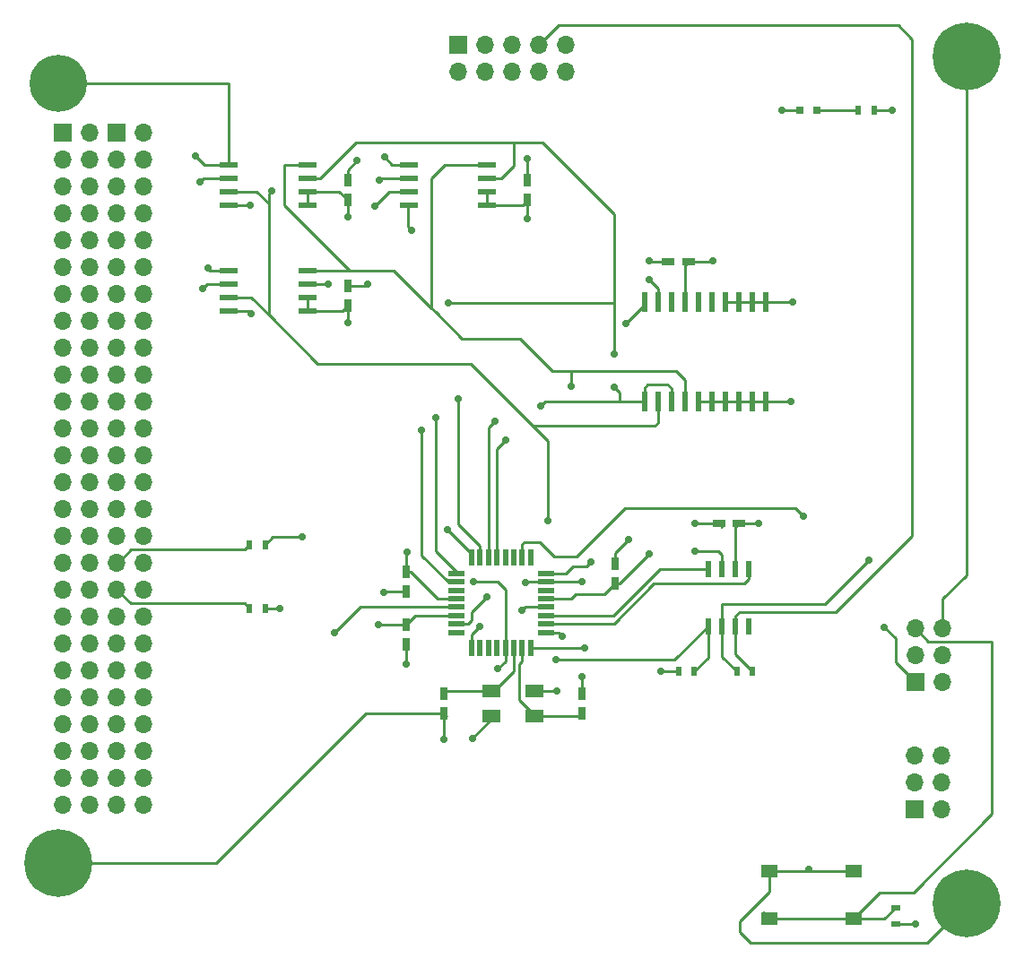
<source format=gbr>
G04 #@! TF.FileFunction,Copper,L4,Bot,Signal*
%FSLAX46Y46*%
G04 Gerber Fmt 4.6, Leading zero omitted, Abs format (unit mm)*
G04 Created by KiCad (PCBNEW 4.0.7) date 02/17/18 20:59:13*
%MOMM*%
%LPD*%
G01*
G04 APERTURE LIST*
%ADD10C,0.100000*%
%ADD11R,1.700000X1.700000*%
%ADD12O,1.700000X1.700000*%
%ADD13R,0.750000X1.200000*%
%ADD14R,1.200000X0.750000*%
%ADD15R,0.800000X0.800000*%
%ADD16R,0.600000X1.950000*%
%ADD17R,0.500000X0.900000*%
%ADD18R,0.900000X0.500000*%
%ADD19R,1.550000X1.300000*%
%ADD20R,0.600000X1.550000*%
%ADD21R,1.600000X0.550000*%
%ADD22R,0.550000X1.600000*%
%ADD23R,1.750000X0.550000*%
%ADD24R,1.800000X1.200000*%
%ADD25C,6.400000*%
%ADD26C,5.400000*%
%ADD27C,0.700000*%
%ADD28C,0.250000*%
G04 APERTURE END LIST*
D10*
D11*
X110670000Y-62080000D03*
D12*
X113210000Y-62080000D03*
X110670000Y-64620000D03*
X113210000Y-64620000D03*
X110670000Y-67160000D03*
X113210000Y-67160000D03*
X110670000Y-69700000D03*
X113210000Y-69700000D03*
X110670000Y-72240000D03*
X113210000Y-72240000D03*
X110670000Y-74780000D03*
X113210000Y-74780000D03*
X110670000Y-77320000D03*
X113210000Y-77320000D03*
X110670000Y-79860000D03*
X113210000Y-79860000D03*
X110670000Y-82400000D03*
X113210000Y-82400000D03*
X110670000Y-84940000D03*
X113210000Y-84940000D03*
X110670000Y-87480000D03*
X113210000Y-87480000D03*
X110670000Y-90020000D03*
X113210000Y-90020000D03*
X110670000Y-92560000D03*
X113210000Y-92560000D03*
X110670000Y-95100000D03*
X113210000Y-95100000D03*
X110670000Y-97640000D03*
X113210000Y-97640000D03*
X110670000Y-100180000D03*
X113210000Y-100180000D03*
X110670000Y-102720000D03*
X113210000Y-102720000D03*
X110670000Y-105260000D03*
X113210000Y-105260000D03*
X110670000Y-107800000D03*
X113210000Y-107800000D03*
X110670000Y-110340000D03*
X113210000Y-110340000D03*
X110670000Y-112880000D03*
X113210000Y-112880000D03*
X110670000Y-115420000D03*
X113210000Y-115420000D03*
X110670000Y-117960000D03*
X113210000Y-117960000D03*
X110670000Y-120500000D03*
X113210000Y-120500000D03*
X110670000Y-123040000D03*
X113210000Y-123040000D03*
X110670000Y-125580000D03*
X113210000Y-125580000D03*
D11*
X105590000Y-62080000D03*
D12*
X108130000Y-62080000D03*
X105590000Y-64620000D03*
X108130000Y-64620000D03*
X105590000Y-67160000D03*
X108130000Y-67160000D03*
X105590000Y-69700000D03*
X108130000Y-69700000D03*
X105590000Y-72240000D03*
X108130000Y-72240000D03*
X105590000Y-74780000D03*
X108130000Y-74780000D03*
X105590000Y-77320000D03*
X108130000Y-77320000D03*
X105590000Y-79860000D03*
X108130000Y-79860000D03*
X105590000Y-82400000D03*
X108130000Y-82400000D03*
X105590000Y-84940000D03*
X108130000Y-84940000D03*
X105590000Y-87480000D03*
X108130000Y-87480000D03*
X105590000Y-90020000D03*
X108130000Y-90020000D03*
X105590000Y-92560000D03*
X108130000Y-92560000D03*
X105590000Y-95100000D03*
X108130000Y-95100000D03*
X105590000Y-97640000D03*
X108130000Y-97640000D03*
X105590000Y-100180000D03*
X108130000Y-100180000D03*
X105590000Y-102720000D03*
X108130000Y-102720000D03*
X105590000Y-105260000D03*
X108130000Y-105260000D03*
X105590000Y-107800000D03*
X108130000Y-107800000D03*
X105590000Y-110340000D03*
X108130000Y-110340000D03*
X105590000Y-112880000D03*
X108130000Y-112880000D03*
X105590000Y-115420000D03*
X108130000Y-115420000D03*
X105590000Y-117960000D03*
X108130000Y-117960000D03*
X105590000Y-120500000D03*
X108130000Y-120500000D03*
X105590000Y-123040000D03*
X108130000Y-123040000D03*
X105590000Y-125580000D03*
X108130000Y-125580000D03*
D13*
X138000000Y-110450000D03*
X138000000Y-108550000D03*
X157750000Y-102775000D03*
X157750000Y-104675000D03*
X138000000Y-105450000D03*
X138000000Y-103550000D03*
D14*
X167550000Y-99000000D03*
X169450000Y-99000000D03*
D13*
X149500000Y-66550000D03*
X149500000Y-68450000D03*
X132500000Y-66550000D03*
X132500000Y-68450000D03*
X132500000Y-76550000D03*
X132500000Y-78450000D03*
X154625000Y-115075000D03*
X154625000Y-116975000D03*
X141625000Y-116975000D03*
X141625000Y-115075000D03*
D14*
X162800000Y-74250000D03*
X164700000Y-74250000D03*
D15*
X176800000Y-60000000D03*
X175200000Y-60000000D03*
D16*
X160535000Y-78050000D03*
X161805000Y-78050000D03*
X163075000Y-78050000D03*
X164345000Y-78050000D03*
X165615000Y-78050000D03*
X166885000Y-78050000D03*
X168155000Y-78050000D03*
X169425000Y-78050000D03*
X170695000Y-78050000D03*
X171965000Y-78050000D03*
X171965000Y-87450000D03*
X170695000Y-87450000D03*
X169425000Y-87450000D03*
X168155000Y-87450000D03*
X166885000Y-87450000D03*
X165615000Y-87450000D03*
X164345000Y-87450000D03*
X163075000Y-87450000D03*
X161805000Y-87450000D03*
X160535000Y-87450000D03*
D17*
X165250000Y-113000000D03*
X163750000Y-113000000D03*
X169250000Y-113000000D03*
X170750000Y-113000000D03*
D18*
X184250000Y-136800000D03*
X184250000Y-135300000D03*
D17*
X123250000Y-101000000D03*
X124750000Y-101000000D03*
X123250000Y-107000000D03*
X124750000Y-107000000D03*
X182250000Y-60000000D03*
X180750000Y-60000000D03*
D19*
X172325000Y-136345554D03*
X180275000Y-136345554D03*
X172325000Y-131845554D03*
X180275000Y-131845554D03*
D20*
X166595000Y-103300000D03*
X167865000Y-103300000D03*
X169135000Y-103300000D03*
X170405000Y-103300000D03*
X170405000Y-108700000D03*
X169135000Y-108700000D03*
X167865000Y-108700000D03*
X166595000Y-108700000D03*
D21*
X151250000Y-103700000D03*
X151250000Y-104500000D03*
X151250000Y-105300000D03*
X151250000Y-106100000D03*
X151250000Y-106900000D03*
X151250000Y-107700000D03*
X151250000Y-108500000D03*
X151250000Y-109300000D03*
D22*
X149800000Y-110750000D03*
X149000000Y-110750000D03*
X148200000Y-110750000D03*
X147400000Y-110750000D03*
X146600000Y-110750000D03*
X145800000Y-110750000D03*
X145000000Y-110750000D03*
X144200000Y-110750000D03*
D21*
X142750000Y-109300000D03*
X142750000Y-108500000D03*
X142750000Y-107700000D03*
X142750000Y-106900000D03*
X142750000Y-106100000D03*
X142750000Y-105300000D03*
X142750000Y-104500000D03*
X142750000Y-103700000D03*
D22*
X144200000Y-102250000D03*
X145000000Y-102250000D03*
X145800000Y-102250000D03*
X146600000Y-102250000D03*
X147400000Y-102250000D03*
X148200000Y-102250000D03*
X149000000Y-102250000D03*
X149800000Y-102250000D03*
D23*
X138300000Y-68905000D03*
X138300000Y-67635000D03*
X138300000Y-66365000D03*
X138300000Y-65095000D03*
X145700000Y-65095000D03*
X145700000Y-66365000D03*
X145700000Y-67635000D03*
X145700000Y-68905000D03*
X121300000Y-68905000D03*
X121300000Y-67635000D03*
X121300000Y-66365000D03*
X121300000Y-65095000D03*
X128700000Y-65095000D03*
X128700000Y-66365000D03*
X128700000Y-67635000D03*
X128700000Y-68905000D03*
X121300000Y-78905000D03*
X121300000Y-77635000D03*
X121300000Y-76365000D03*
X121300000Y-75095000D03*
X128700000Y-75095000D03*
X128700000Y-76365000D03*
X128700000Y-77635000D03*
X128700000Y-78905000D03*
D24*
X150125000Y-117225000D03*
X146125000Y-117225000D03*
X146125000Y-114825000D03*
X150125000Y-114825000D03*
D11*
X142920000Y-53820000D03*
D12*
X142920000Y-56360000D03*
X145460000Y-53820000D03*
X145460000Y-56360000D03*
X148000000Y-53820000D03*
X148000000Y-56360000D03*
X150540000Y-53820000D03*
X150540000Y-56360000D03*
X153080000Y-53820000D03*
X153080000Y-56360000D03*
D11*
X186060000Y-126000000D03*
D12*
X188600000Y-126000000D03*
X186060000Y-123460000D03*
X188600000Y-123460000D03*
X186060000Y-120920000D03*
X188600000Y-120920000D03*
D11*
X186100000Y-113940000D03*
D12*
X188640000Y-113940000D03*
X186100000Y-111400000D03*
X188640000Y-111400000D03*
X186100000Y-108860000D03*
X188640000Y-108860000D03*
D25*
X105190000Y-131110000D03*
D26*
X105190000Y-57450000D03*
D25*
X190920000Y-54910000D03*
X190920000Y-134920000D03*
D27*
X118130000Y-64250000D03*
X152275000Y-114825000D03*
X148975000Y-107200000D03*
X159075000Y-100475000D03*
X133425000Y-64675000D03*
X136000000Y-64400000D03*
X135900000Y-105500000D03*
X131300000Y-109300000D03*
X161000000Y-76000000D03*
X144300000Y-119300000D03*
X165300000Y-101600000D03*
X162100000Y-113000000D03*
X141600000Y-119400000D03*
X154600000Y-113500000D03*
X138000000Y-112300000D03*
X165300000Y-99000000D03*
X174500000Y-78100000D03*
X174400000Y-87500000D03*
X161000000Y-74200000D03*
X173500000Y-60000000D03*
X149500000Y-64500000D03*
X134400000Y-76400000D03*
X119300000Y-74900000D03*
X176050000Y-131650000D03*
X186160000Y-136800000D03*
X160975000Y-101850000D03*
X118800000Y-76800000D03*
X135500000Y-66600000D03*
X118600000Y-66700000D03*
X132500000Y-70000000D03*
X138100000Y-101700000D03*
X135400000Y-108600000D03*
X171300000Y-99000000D03*
X167000000Y-74200000D03*
X183900000Y-60000000D03*
X149500000Y-70200000D03*
X132500000Y-80000000D03*
X158750000Y-80150000D03*
X146420000Y-89310000D03*
X153650000Y-86025000D03*
X154900000Y-110750000D03*
X150720000Y-87860000D03*
X147450000Y-91125000D03*
X157700000Y-83000000D03*
X157700000Y-86150000D03*
X130700000Y-76400000D03*
X142000000Y-78200000D03*
X151400000Y-98725000D03*
X152800000Y-109700000D03*
X135100000Y-69000000D03*
X125300000Y-67600000D03*
X141925000Y-99575000D03*
X181750000Y-102425000D03*
X145625000Y-105975000D03*
X154650000Y-104500000D03*
X126100000Y-107000000D03*
X149300000Y-104550000D03*
X128225000Y-100300000D03*
X144425000Y-104500000D03*
X146700000Y-112700000D03*
X183200000Y-108775000D03*
X155500000Y-102600000D03*
X175525000Y-98275000D03*
X152150000Y-111850000D03*
X144950000Y-108750000D03*
X123400000Y-79150000D03*
X139500000Y-90150000D03*
X140800000Y-89000000D03*
X123350000Y-68950000D03*
X138550000Y-71300000D03*
X142975000Y-87200000D03*
D28*
X141625000Y-116975000D02*
X134215000Y-116975000D01*
X120080000Y-131110000D02*
X105190000Y-131110000D01*
X134215000Y-116975000D02*
X120080000Y-131110000D01*
X121300000Y-65095000D02*
X121300000Y-57470000D01*
X121280000Y-57450000D02*
X105190000Y-57450000D01*
X121300000Y-57470000D02*
X121280000Y-57450000D01*
X188640000Y-108860000D02*
X188640000Y-106140000D01*
X190920000Y-103860000D02*
X190920000Y-54910000D01*
X188640000Y-106140000D02*
X190920000Y-103860000D01*
X172325000Y-131845554D02*
X172325000Y-133795000D01*
X187240000Y-138600000D02*
X190920000Y-134920000D01*
X170560000Y-138600000D02*
X187240000Y-138600000D01*
X169530000Y-137570000D02*
X170560000Y-138600000D01*
X169530000Y-136590000D02*
X169530000Y-137570000D01*
X172325000Y-133795000D02*
X169530000Y-136590000D01*
X121300000Y-65095000D02*
X118975000Y-65095000D01*
X118975000Y-65095000D02*
X118130000Y-64250000D01*
X172325000Y-131845554D02*
X172325000Y-132375000D01*
X150125000Y-114825000D02*
X152275000Y-114825000D01*
X151250000Y-106900000D02*
X149275000Y-106900000D01*
X149275000Y-106900000D02*
X148975000Y-107200000D01*
X157750000Y-102775000D02*
X157750000Y-101800000D01*
X157750000Y-101800000D02*
X159075000Y-100475000D01*
X132500000Y-66550000D02*
X132500000Y-65600000D01*
X132500000Y-65600000D02*
X133425000Y-64675000D01*
X138300000Y-65095000D02*
X136695000Y-65095000D01*
X136695000Y-65095000D02*
X136000000Y-64400000D01*
X172325000Y-131845554D02*
X172164446Y-131845554D01*
X138000000Y-105450000D02*
X135950000Y-105450000D01*
X135950000Y-105450000D02*
X135900000Y-105500000D01*
X142750000Y-106900000D02*
X133700000Y-106900000D01*
X133700000Y-106900000D02*
X131300000Y-109300000D01*
X161805000Y-78050000D02*
X161805000Y-76805000D01*
X161805000Y-76805000D02*
X161000000Y-76000000D01*
X146125000Y-117225000D02*
X146125000Y-117475000D01*
X146125000Y-117475000D02*
X144300000Y-119300000D01*
X150125000Y-114825000D02*
X150975000Y-114825000D01*
X167865000Y-103300000D02*
X167865000Y-101965000D01*
X167500000Y-101600000D02*
X165300000Y-101600000D01*
X167865000Y-101965000D02*
X167500000Y-101600000D01*
X163750000Y-113000000D02*
X162100000Y-113000000D01*
X154375000Y-114825000D02*
X154625000Y-115075000D01*
X141875000Y-117225000D02*
X141625000Y-116975000D01*
X141625000Y-116975000D02*
X141625000Y-119375000D01*
X141625000Y-119375000D02*
X141600000Y-119400000D01*
X154625000Y-115075000D02*
X154625000Y-113525000D01*
X154625000Y-113525000D02*
X154600000Y-113500000D01*
X138000000Y-110450000D02*
X138000000Y-112300000D01*
X167550000Y-99000000D02*
X165300000Y-99000000D01*
X171965000Y-78050000D02*
X174450000Y-78050000D01*
X174450000Y-78050000D02*
X174500000Y-78100000D01*
X171965000Y-87450000D02*
X174350000Y-87450000D01*
X174350000Y-87450000D02*
X174400000Y-87500000D01*
X162800000Y-74250000D02*
X161050000Y-74250000D01*
X161050000Y-74250000D02*
X161000000Y-74200000D01*
X175200000Y-60000000D02*
X173500000Y-60000000D01*
X149500000Y-66550000D02*
X149500000Y-64500000D01*
X132500000Y-76550000D02*
X134250000Y-76550000D01*
X134250000Y-76550000D02*
X134400000Y-76400000D01*
X121300000Y-75095000D02*
X119495000Y-75095000D01*
X119495000Y-75095000D02*
X119300000Y-74900000D01*
X180275000Y-131845554D02*
X176245554Y-131845554D01*
X175854446Y-131845554D02*
X176050000Y-131650000D01*
X175854446Y-131845554D02*
X172325000Y-131845554D01*
X176245554Y-131845554D02*
X176050000Y-131650000D01*
X150375000Y-115075000D02*
X150125000Y-114825000D01*
X170695000Y-78050000D02*
X171965000Y-78050000D01*
X169425000Y-78050000D02*
X170695000Y-78050000D01*
X168155000Y-78050000D02*
X169425000Y-78050000D01*
X170695000Y-87450000D02*
X171965000Y-87450000D01*
X169425000Y-87450000D02*
X170695000Y-87450000D01*
X168155000Y-87450000D02*
X169425000Y-87450000D01*
X166885000Y-87450000D02*
X168155000Y-87450000D01*
X165615000Y-87450000D02*
X166885000Y-87450000D01*
X171965000Y-87450000D02*
X172015000Y-87400000D01*
X167865000Y-99315000D02*
X167550000Y-99000000D01*
X184250000Y-136800000D02*
X186160000Y-136800000D01*
X151250000Y-106100000D02*
X153625000Y-106100000D01*
X156750000Y-105675000D02*
X157750000Y-104675000D01*
X154050000Y-105675000D02*
X156750000Y-105675000D01*
X153625000Y-106100000D02*
X154050000Y-105675000D01*
X157750000Y-104675000D02*
X158150000Y-104675000D01*
X158150000Y-104675000D02*
X160975000Y-101850000D01*
X121300000Y-76365000D02*
X119235000Y-76365000D01*
X119235000Y-76365000D02*
X118800000Y-76800000D01*
X138300000Y-66365000D02*
X135735000Y-66365000D01*
X135735000Y-66365000D02*
X135500000Y-66600000D01*
X121300000Y-66365000D02*
X118935000Y-66365000D01*
X118935000Y-66365000D02*
X118600000Y-66700000D01*
X132500000Y-68450000D02*
X132500000Y-70000000D01*
X138000000Y-103550000D02*
X138000000Y-101800000D01*
X138000000Y-101800000D02*
X138100000Y-101700000D01*
X138000000Y-108550000D02*
X135450000Y-108550000D01*
X135450000Y-108550000D02*
X135400000Y-108600000D01*
X169450000Y-99000000D02*
X171300000Y-99000000D01*
X164700000Y-74250000D02*
X166950000Y-74250000D01*
X166950000Y-74250000D02*
X167000000Y-74200000D01*
X182250000Y-60000000D02*
X183900000Y-60000000D01*
X149500000Y-68450000D02*
X149500000Y-70200000D01*
X132500000Y-78450000D02*
X132500000Y-80000000D01*
X128700000Y-68905000D02*
X128700000Y-67635000D01*
X145700000Y-68905000D02*
X149045000Y-68905000D01*
X149045000Y-68905000D02*
X149500000Y-68450000D01*
X145700000Y-67635000D02*
X145700000Y-68905000D01*
X128700000Y-67635000D02*
X131685000Y-67635000D01*
X131685000Y-67635000D02*
X132500000Y-68450000D01*
X142750000Y-107700000D02*
X138850000Y-107700000D01*
X138850000Y-107700000D02*
X138000000Y-108550000D01*
X138000000Y-103550000D02*
X138450000Y-103550000D01*
X141000000Y-106100000D02*
X142750000Y-106100000D01*
X138450000Y-103550000D02*
X141000000Y-106100000D01*
X128700000Y-78905000D02*
X132045000Y-78905000D01*
X132045000Y-78905000D02*
X132500000Y-78450000D01*
X128700000Y-77635000D02*
X128700000Y-78905000D01*
X169135000Y-103300000D02*
X169135000Y-99315000D01*
X169135000Y-99315000D02*
X169450000Y-99000000D01*
X164345000Y-78050000D02*
X164345000Y-74605000D01*
X164345000Y-74605000D02*
X164700000Y-74250000D01*
X150125000Y-117225000D02*
X150125000Y-117075000D01*
X150125000Y-117075000D02*
X148700000Y-115650000D01*
X149000000Y-112000000D02*
X149000000Y-110750000D01*
X148700000Y-112300000D02*
X149000000Y-112000000D01*
X148700000Y-115650000D02*
X148700000Y-112300000D01*
X150125000Y-117225000D02*
X154375000Y-117225000D01*
X154375000Y-117225000D02*
X154625000Y-116975000D01*
X146125000Y-114825000D02*
X146325000Y-114825000D01*
X146325000Y-114825000D02*
X148200000Y-112950000D01*
X148200000Y-112950000D02*
X148200000Y-110750000D01*
X146125000Y-114825000D02*
X141875000Y-114825000D01*
X141875000Y-114825000D02*
X141625000Y-115075000D01*
X176800000Y-60000000D02*
X180750000Y-60000000D01*
X145800000Y-90925000D02*
X145800000Y-89930000D01*
X145800000Y-100550000D02*
X145800000Y-90925000D01*
X145800000Y-102250000D02*
X145800000Y-100550000D01*
X158750000Y-80150000D02*
X160535000Y-78365000D01*
X145800000Y-89930000D02*
X146420000Y-89310000D01*
X160535000Y-78050000D02*
X160535000Y-78365000D01*
X153650000Y-86025000D02*
X153650000Y-84600000D01*
X149800000Y-110750000D02*
X154900000Y-110750000D01*
X153650000Y-84600000D02*
X153700000Y-84600000D01*
X140800000Y-79050000D02*
X143300000Y-81550000D01*
X140400000Y-78650000D02*
X140800000Y-79050000D01*
X148800000Y-81550000D02*
X151850000Y-84600000D01*
X143300000Y-81550000D02*
X148800000Y-81550000D01*
X128700000Y-65095000D02*
X126505000Y-65095000D01*
X126500000Y-68900000D02*
X132695000Y-75095000D01*
X126500000Y-65100000D02*
X126500000Y-68900000D01*
X126505000Y-65095000D02*
X126500000Y-65100000D01*
X164345000Y-85445000D02*
X164345000Y-87450000D01*
X151850000Y-84600000D02*
X153700000Y-84600000D01*
X153700000Y-84600000D02*
X163500000Y-84600000D01*
X163500000Y-84600000D02*
X164345000Y-85445000D01*
X128700000Y-75095000D02*
X132695000Y-75095000D01*
X132695000Y-75095000D02*
X136845000Y-75095000D01*
X136845000Y-75095000D02*
X140400000Y-78650000D01*
X145700000Y-65095000D02*
X141705000Y-65095000D01*
X140400000Y-66400000D02*
X140400000Y-78650000D01*
X141705000Y-65095000D02*
X140400000Y-66400000D01*
X151150000Y-87450000D02*
X151550000Y-87450000D01*
X146600000Y-100850000D02*
X146600000Y-91975000D01*
X158150000Y-87450000D02*
X153950000Y-87450000D01*
X146600000Y-100850000D02*
X146600000Y-102250000D01*
X153950000Y-87450000D02*
X151550000Y-87450000D01*
X146600000Y-91975000D02*
X147450000Y-91125000D01*
X151130000Y-87450000D02*
X150720000Y-87860000D01*
X151150000Y-87450000D02*
X151130000Y-87450000D01*
X158150000Y-87450000D02*
X158150000Y-86600000D01*
X157700000Y-83000000D02*
X157700000Y-78200000D01*
X158150000Y-86600000D02*
X157700000Y-86150000D01*
X158150000Y-87450000D02*
X158450000Y-87450000D01*
X160535000Y-87450000D02*
X160535000Y-86165000D01*
X163075000Y-86225000D02*
X163075000Y-87450000D01*
X162700000Y-85850000D02*
X163075000Y-86225000D01*
X160850000Y-85850000D02*
X162700000Y-85850000D01*
X160535000Y-86165000D02*
X160850000Y-85850000D01*
X128700000Y-76365000D02*
X130665000Y-76365000D01*
X130665000Y-76365000D02*
X130700000Y-76400000D01*
X142000000Y-78200000D02*
X157700000Y-78200000D01*
X145700000Y-66365000D02*
X147035000Y-66365000D01*
X148200000Y-65200000D02*
X148200000Y-63000000D01*
X147035000Y-66365000D02*
X148200000Y-65200000D01*
X128700000Y-66365000D02*
X129935000Y-66365000D01*
X158450000Y-87450000D02*
X160535000Y-87450000D01*
X157700000Y-69800000D02*
X157700000Y-78200000D01*
X148200000Y-63000000D02*
X150900000Y-63000000D01*
X150900000Y-63000000D02*
X157700000Y-69800000D01*
X133300000Y-63000000D02*
X148200000Y-63000000D01*
X129935000Y-66365000D02*
X133300000Y-63000000D01*
X151400000Y-98725000D02*
X151400000Y-91200000D01*
X152800000Y-109700000D02*
X152400000Y-109300000D01*
X151250000Y-109300000D02*
X152400000Y-109300000D01*
X151400000Y-91200000D02*
X150000000Y-89800000D01*
X135100000Y-69000000D02*
X136400000Y-67700000D01*
X125300000Y-67600000D02*
X125100000Y-67800000D01*
X125100000Y-68800000D02*
X125100000Y-67800000D01*
X136400000Y-67700000D02*
X138235000Y-67700000D01*
X138235000Y-67700000D02*
X138300000Y-67635000D01*
X129700000Y-83900000D02*
X144100000Y-83900000D01*
X125100000Y-79300000D02*
X129700000Y-83900000D01*
X144100000Y-83900000D02*
X150000000Y-89800000D01*
X161500000Y-89800000D02*
X150000000Y-89800000D01*
X161805000Y-89495000D02*
X161805000Y-87450000D01*
X161500000Y-89800000D02*
X161805000Y-89495000D01*
X121300000Y-77635000D02*
X123435000Y-77635000D01*
X123435000Y-77635000D02*
X125100000Y-79300000D01*
X121300000Y-67635000D02*
X123935000Y-67635000D01*
X123935000Y-67635000D02*
X125100000Y-68800000D01*
X125100000Y-68800000D02*
X125100000Y-79300000D01*
X123250000Y-101000000D02*
X122780000Y-101470000D01*
X110670000Y-102720000D02*
X110830000Y-102720000D01*
X110830000Y-102720000D02*
X112080000Y-101470000D01*
X112080000Y-101470000D02*
X122780000Y-101470000D01*
X110670000Y-105260000D02*
X110720000Y-105260000D01*
X110720000Y-105260000D02*
X112010000Y-106550000D01*
X112010000Y-106550000D02*
X122800000Y-106550000D01*
X122800000Y-106550000D02*
X123250000Y-107000000D01*
X144200000Y-102250000D02*
X144200000Y-101850000D01*
X144200000Y-101850000D02*
X141925000Y-99575000D01*
X167865000Y-106575000D02*
X177600000Y-106575000D01*
X177600000Y-106575000D02*
X181750000Y-102425000D01*
X167865000Y-108700000D02*
X167865000Y-106575000D01*
X167865000Y-108700000D02*
X167865000Y-111615000D01*
X167865000Y-111615000D02*
X169250000Y-113000000D01*
X169135000Y-108700000D02*
X169135000Y-107740000D01*
X178875000Y-107100000D02*
X185825000Y-100150000D01*
X185825000Y-100150000D02*
X185825000Y-53275000D01*
X185825000Y-53275000D02*
X184500000Y-51950000D01*
X184500000Y-51950000D02*
X152410000Y-51950000D01*
X152410000Y-51950000D02*
X150540000Y-53820000D01*
X178625000Y-107350000D02*
X178875000Y-107100000D01*
X169525000Y-107350000D02*
X178625000Y-107350000D01*
X169135000Y-107740000D02*
X169525000Y-107350000D01*
X169135000Y-108700000D02*
X169135000Y-111385000D01*
X169135000Y-111385000D02*
X170750000Y-113000000D01*
X142750000Y-108500000D02*
X143850000Y-108500000D01*
X144200000Y-108150000D02*
X143850000Y-108500000D01*
X144200000Y-107400000D02*
X144200000Y-108150000D01*
X145400000Y-106200000D02*
X144200000Y-107400000D01*
X145400000Y-106200000D02*
X145625000Y-105975000D01*
X151250000Y-104500000D02*
X154650000Y-104500000D01*
X151250000Y-104500000D02*
X149350000Y-104500000D01*
X126100000Y-107000000D02*
X124750000Y-107000000D01*
X149350000Y-104500000D02*
X149300000Y-104550000D01*
X144425000Y-104500000D02*
X146650000Y-104500000D01*
X147400000Y-110750000D02*
X147400000Y-106900000D01*
X125450000Y-100300000D02*
X124750000Y-101000000D01*
X125450000Y-100300000D02*
X128225000Y-100300000D01*
X147400000Y-105250000D02*
X147400000Y-106900000D01*
X146650000Y-104500000D02*
X147400000Y-105250000D01*
X147400000Y-110750000D02*
X147400000Y-112000000D01*
X147400000Y-112000000D02*
X146700000Y-112700000D01*
X184275000Y-110250000D02*
X184275000Y-109850000D01*
X186100000Y-113940000D02*
X184275000Y-112115000D01*
X184275000Y-110250000D02*
X184275000Y-112115000D01*
X184275000Y-109850000D02*
X183200000Y-108775000D01*
X151250000Y-103700000D02*
X153125000Y-103700000D01*
X155025000Y-103075000D02*
X155500000Y-102600000D01*
X153750000Y-103075000D02*
X155025000Y-103075000D01*
X153125000Y-103700000D02*
X153750000Y-103075000D01*
X186100000Y-108860000D02*
X186100000Y-108880000D01*
X186100000Y-108880000D02*
X187350000Y-110130000D01*
X187350000Y-110130000D02*
X193350000Y-110130000D01*
X174790000Y-97550000D02*
X174800000Y-97550000D01*
X149000000Y-100950000D02*
X149200000Y-100750000D01*
X149200000Y-100750000D02*
X150650000Y-100750000D01*
X150650000Y-100750000D02*
X152000000Y-102100000D01*
X152000000Y-102100000D02*
X154150000Y-102100000D01*
X154150000Y-102100000D02*
X158700000Y-97550000D01*
X158700000Y-97550000D02*
X174790000Y-97550000D01*
X149000000Y-102250000D02*
X149000000Y-100950000D01*
X174800000Y-97550000D02*
X175525000Y-98275000D01*
X182770554Y-133850000D02*
X180275000Y-136345554D01*
X185950000Y-133850000D02*
X182770554Y-133850000D01*
X193350000Y-126450000D02*
X185950000Y-133850000D01*
X193350000Y-110130000D02*
X193350000Y-126450000D01*
X180275000Y-136345554D02*
X183204446Y-136345554D01*
X183204446Y-136345554D02*
X184250000Y-135300000D01*
X172325000Y-136345554D02*
X180275000Y-136345554D01*
X171729446Y-135750000D02*
X172325000Y-136345554D01*
X144200000Y-110750000D02*
X144200000Y-109500000D01*
X163395000Y-111900000D02*
X166595000Y-108700000D01*
X152200000Y-111900000D02*
X163395000Y-111900000D01*
X152150000Y-111850000D02*
X152200000Y-111900000D01*
X144200000Y-109500000D02*
X144950000Y-108750000D01*
X166595000Y-108700000D02*
X166595000Y-111655000D01*
X166595000Y-111655000D02*
X165250000Y-113000000D01*
X166595000Y-103300000D02*
X162000000Y-103300000D01*
X157600000Y-107700000D02*
X151250000Y-107700000D01*
X162000000Y-103300000D02*
X157600000Y-107700000D01*
X151250000Y-108500000D02*
X157650000Y-108500000D01*
X170405000Y-104245000D02*
X170405000Y-103300000D01*
X169950000Y-104700000D02*
X170405000Y-104245000D01*
X161450000Y-104700000D02*
X169950000Y-104700000D01*
X157650000Y-108500000D02*
X161450000Y-104700000D01*
X142750000Y-104500000D02*
X142000000Y-104500000D01*
X142000000Y-104500000D02*
X139500000Y-102000000D01*
X121300000Y-78905000D02*
X123155000Y-78905000D01*
X123155000Y-78905000D02*
X123400000Y-79150000D01*
X139500000Y-102000000D02*
X139500000Y-90150000D01*
X140800000Y-101600000D02*
X140800000Y-89000000D01*
X142750000Y-103550000D02*
X140800000Y-101600000D01*
X142750000Y-103700000D02*
X142750000Y-103550000D01*
X123305000Y-68905000D02*
X121300000Y-68905000D01*
X123350000Y-68950000D02*
X123305000Y-68905000D01*
X144000000Y-100100000D02*
X142975000Y-99075000D01*
X145000000Y-101100000D02*
X144000000Y-100100000D01*
X138550000Y-71300000D02*
X138250000Y-71000000D01*
X138250000Y-68955000D02*
X138250000Y-71000000D01*
X145000000Y-101100000D02*
X145000000Y-102250000D01*
X142975000Y-99075000D02*
X142975000Y-87200000D01*
X138250000Y-68955000D02*
X138300000Y-68905000D01*
M02*

</source>
